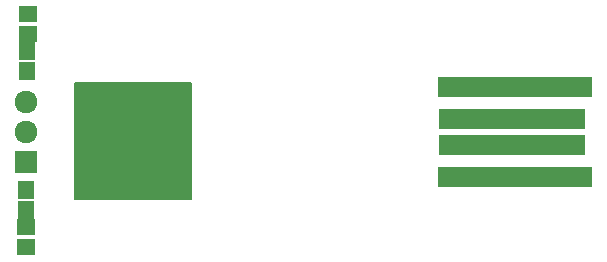
<source format=gbs>
G04 (created by PCBNEW (2013-mar-13)-testing) date Sun 19 May 2013 08:09:46 PM ICT*
%MOIN*%
G04 Gerber Fmt 3.4, Leading zero omitted, Abs format*
%FSLAX34Y34*%
G01*
G70*
G90*
G04 APERTURE LIST*
%ADD10C,0.00393701*%
%ADD11R,0.075748X0.075748*%
%ADD12C,0.075748*%
%ADD13R,0.515748X0.065748*%
%ADD14R,0.488189X0.065748*%
%ADD15R,0.055048X0.059048*%
%ADD16R,0.059048X0.055048*%
%ADD17C,0.00787402*%
G04 APERTURE END LIST*
G54D10*
G54D11*
X39960Y-35448D03*
G54D12*
X39960Y-34448D03*
X39960Y-33448D03*
G54D13*
X56279Y-35948D03*
X56279Y-32948D03*
G54D14*
X56157Y-34023D03*
X56157Y-34874D03*
G54D15*
X39960Y-37036D03*
X39960Y-36368D03*
X40009Y-31742D03*
X40009Y-32410D03*
G54D16*
X39950Y-37628D03*
X39950Y-38296D03*
X40039Y-30512D03*
X40039Y-31180D03*
G54D10*
G36*
X45472Y-36673D02*
X41614Y-36673D01*
X41614Y-32814D01*
X45472Y-32814D01*
X45472Y-36673D01*
X45472Y-36673D01*
G37*
G54D17*
X45472Y-36673D02*
X41614Y-36673D01*
X41614Y-32814D01*
X45472Y-32814D01*
X45472Y-36673D01*
M02*

</source>
